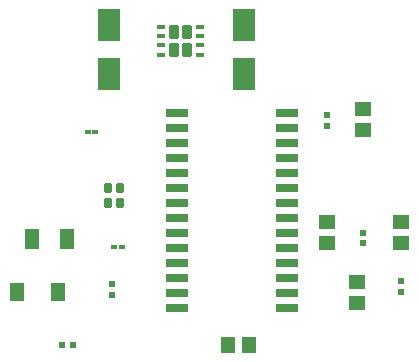
<source format=gtp>
G04 #@! TF.GenerationSoftware,KiCad,Pcbnew,8.0.7*
G04 #@! TF.CreationDate,2025-01-30T16:18:45+01:00*
G04 #@! TF.ProjectId,schematics,73636865-6d61-4746-9963-732e6b696361,rev?*
G04 #@! TF.SameCoordinates,Original*
G04 #@! TF.FileFunction,Paste,Top*
G04 #@! TF.FilePolarity,Positive*
%FSLAX46Y46*%
G04 Gerber Fmt 4.6, Leading zero omitted, Abs format (unit mm)*
G04 Created by KiCad (PCBNEW 8.0.7) date 2025-01-30 16:18:45*
%MOMM*%
%LPD*%
G01*
G04 APERTURE LIST*
G04 Aperture macros list*
%AMRoundRect*
0 Rectangle with rounded corners*
0 $1 Rounding radius*
0 $2 $3 $4 $5 $6 $7 $8 $9 X,Y pos of 4 corners*
0 Add a 4 corners polygon primitive as box body*
4,1,4,$2,$3,$4,$5,$6,$7,$8,$9,$2,$3,0*
0 Add four circle primitives for the rounded corners*
1,1,$1+$1,$2,$3*
1,1,$1+$1,$4,$5*
1,1,$1+$1,$6,$7*
1,1,$1+$1,$8,$9*
0 Add four rect primitives between the rounded corners*
20,1,$1+$1,$2,$3,$4,$5,0*
20,1,$1+$1,$4,$5,$6,$7,0*
20,1,$1+$1,$6,$7,$8,$9,0*
20,1,$1+$1,$8,$9,$2,$3,0*%
G04 Aperture macros list end*
%ADD10R,0.470000X0.440000*%
%ADD11R,1.450000X1.150000*%
%ADD12R,1.150000X1.450000*%
%ADD13R,1.150000X1.700000*%
%ADD14RoundRect,0.180000X0.180000X0.230000X-0.180000X0.230000X-0.180000X-0.230000X0.180000X-0.230000X0*%
%ADD15R,0.620000X0.620000*%
%ADD16R,1.850000X2.750000*%
%ADD17R,1.250000X1.500000*%
%ADD18RoundRect,0.222500X-0.222500X-0.382500X0.222500X-0.382500X0.222500X0.382500X-0.222500X0.382500X0*%
%ADD19RoundRect,0.100000X-0.225000X-0.100000X0.225000X-0.100000X0.225000X0.100000X-0.225000X0.100000X0*%
%ADD20R,1.850000X0.650000*%
G04 APERTURE END LIST*
D10*
X132465000Y-69750000D03*
X133135000Y-69750000D03*
D11*
X150500000Y-69400000D03*
X150500000Y-67600000D03*
D12*
X143900000Y-78000000D03*
X142100000Y-78000000D03*
D11*
X153500000Y-59850000D03*
X153500000Y-58050000D03*
D13*
X125500000Y-69000000D03*
X128500000Y-69000000D03*
D14*
X132924000Y-66000000D03*
X132924000Y-64726000D03*
X131950000Y-64726000D03*
X131950000Y-66000000D03*
D15*
X150500000Y-59450000D03*
X150500000Y-58550000D03*
D16*
X143500000Y-55100000D03*
X143500000Y-50900000D03*
D17*
X127725000Y-73500000D03*
X124275000Y-73500000D03*
D16*
X132000000Y-55100000D03*
X132000000Y-50900000D03*
D11*
X153000000Y-72700000D03*
X153000000Y-74500000D03*
D15*
X132250000Y-72850000D03*
X132250000Y-73750000D03*
X128950000Y-78000000D03*
X128050000Y-78000000D03*
D10*
X130885000Y-60000000D03*
X130215000Y-60000000D03*
D11*
X156750000Y-69400000D03*
X156750000Y-67600000D03*
D18*
X137500000Y-51500000D03*
X137500000Y-53000000D03*
X138600000Y-51500000D03*
X138600000Y-53000000D03*
D19*
X136400000Y-51050000D03*
X136400000Y-51850000D03*
X136400000Y-52650000D03*
X136400000Y-53450000D03*
X139700000Y-53450000D03*
X139700000Y-52650000D03*
X139700000Y-51850000D03*
X139700000Y-51050000D03*
D15*
X153500000Y-69400000D03*
X153500000Y-68500000D03*
X156750000Y-72600000D03*
X156750000Y-73500000D03*
D20*
X137780000Y-58395000D03*
X137780000Y-59665000D03*
X137780000Y-60935000D03*
X137780000Y-62205000D03*
X137780000Y-63475000D03*
X137780000Y-64745000D03*
X137780000Y-66015000D03*
X137780000Y-67285000D03*
X137780000Y-68555000D03*
X137780000Y-69825000D03*
X137780000Y-71095000D03*
X137780000Y-72365000D03*
X137780000Y-73635000D03*
X137780000Y-74905000D03*
X147130000Y-74905000D03*
X147130000Y-73635000D03*
X147130000Y-72365000D03*
X147130000Y-71095000D03*
X147130000Y-69825000D03*
X147130000Y-68555000D03*
X147130000Y-67285000D03*
X147130000Y-66015000D03*
X147130000Y-64745000D03*
X147130000Y-63475000D03*
X147130000Y-62205000D03*
X147130000Y-60935000D03*
X147130000Y-59665000D03*
X147130000Y-58395000D03*
M02*

</source>
